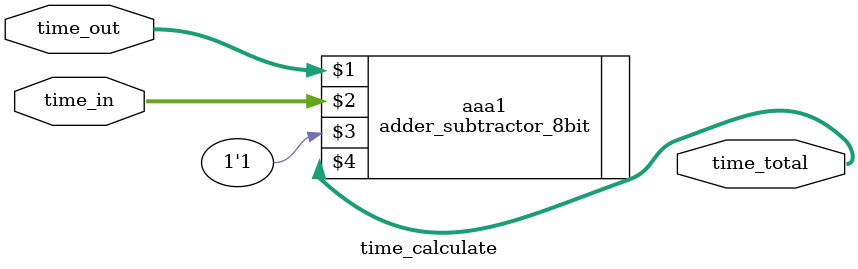
<source format=v>
/*--  *******************************************************
--  Computer Architecture Course, Laboratory Sources 
--  Amirkabir University of Technology (Tehran Polytechnic)
--  Department of Computer Engineering (CE-AUT)
--  https://ce[dot]aut[dot]ac[dot]ir
--  *******************************************************
--  All Rights reserved (C) 2021-2022
--  *******************************************************
--  Student ID  : 9931089
--  Student Name: Fatemeh Abdi n. 
--  Student Mail: fatemehabdina@gmail.com
--  *******************************************************
--  Additional Comments:
--
--*/

/*-----------------------------------------------------------
---  Module Name: time_calculate
-----------------------------------------------------------*/
`timescale 1 ns/1 ns
module time_calculate(
 time_out,
 time_in,
 time_total);
input [7:0] time_out;
input [7:0] time_in;
output [7:0] time_total;
 
adder_subtractor_8bit aaa1 (time_out , time_in , 1'b1 , time_total,);
 
endmodule






</source>
